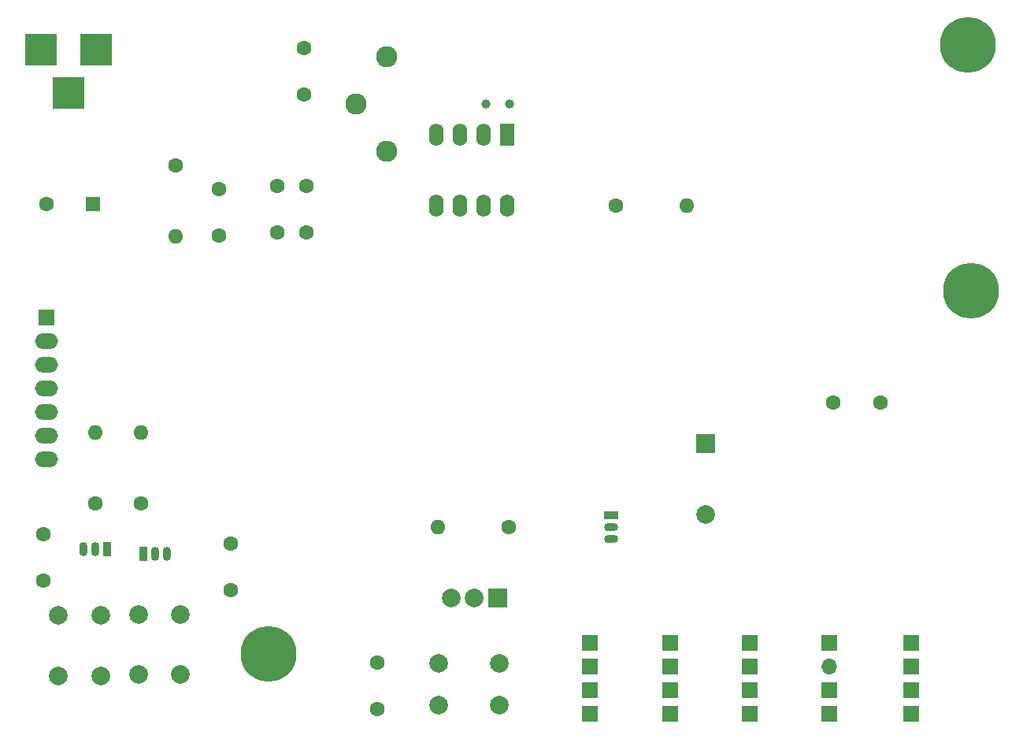
<source format=gbr>
G04 #@! TF.FileFunction,Soldermask,Top*
%FSLAX46Y46*%
G04 Gerber Fmt 4.6, Leading zero omitted, Abs format (unit mm)*
G04 Created by KiCad (PCBNEW 4.0.7) date Sat Feb 17 21:33:09 2018*
%MOMM*%
%LPD*%
G01*
G04 APERTURE LIST*
%ADD10C,0.150000*%
%ADD11C,5.999480*%
%ADD12C,2.290000*%
%ADD13R,2.000000X2.000000*%
%ADD14C,2.000000*%
%ADD15C,1.600000*%
%ADD16R,1.600000X1.600000*%
%ADD17R,1.700000X1.700000*%
%ADD18O,2.500000X1.700000*%
%ADD19R,3.500000X3.500000*%
%ADD20O,1.700000X1.700000*%
%ADD21O,0.900000X1.500000*%
%ADD22R,0.900000X1.500000*%
%ADD23O,1.500000X0.900000*%
%ADD24R,1.500000X0.900000*%
%ADD25O,1.600000X1.600000*%
%ADD26R,1.600000X2.400000*%
%ADD27O,1.600000X2.400000*%
%ADD28C,1.000000*%
G04 APERTURE END LIST*
D10*
D11*
X143192500Y-65786000D03*
X142875000Y-39433500D03*
D12*
X80327500Y-50863500D03*
X80327500Y-40703500D03*
X77027500Y-45783500D03*
D13*
X114681000Y-82232500D03*
D14*
X114681000Y-89832500D03*
D15*
X43434000Y-91948000D03*
X43434000Y-96948000D03*
X63627000Y-92964000D03*
X63627000Y-97964000D03*
D16*
X48768000Y-56515000D03*
D15*
X43768000Y-56515000D03*
X71501000Y-39751000D03*
X71501000Y-44751000D03*
X128397000Y-77851000D03*
X133397000Y-77851000D03*
X79311500Y-110744000D03*
X79311500Y-105744000D03*
X62293500Y-59880500D03*
X62293500Y-54880500D03*
X68580000Y-59563000D03*
X68580000Y-54563000D03*
X71755000Y-59563000D03*
X71755000Y-54563000D03*
D17*
X43751500Y-68707000D03*
D18*
X43751500Y-71247000D03*
X43751500Y-73787000D03*
X43751500Y-76327000D03*
X43751500Y-78867000D03*
X43751500Y-81407000D03*
X43751500Y-83947000D03*
D19*
X49149000Y-39878000D03*
X43149000Y-39878000D03*
X46149000Y-44578000D03*
D13*
X92329000Y-98806000D03*
D14*
X89789000Y-98806000D03*
X87289000Y-98806000D03*
D17*
X136779000Y-103632000D03*
X136779000Y-106172000D03*
X136779000Y-108712000D03*
X136779000Y-111252000D03*
X127952500Y-103632000D03*
D20*
X127952500Y-106172000D03*
D17*
X127952500Y-108712000D03*
X127952500Y-111252000D03*
X119380000Y-103632000D03*
X119380000Y-106172000D03*
X119380000Y-108712000D03*
X119380000Y-111252000D03*
X102235000Y-103632000D03*
X102235000Y-106172000D03*
X102235000Y-108712000D03*
X102235000Y-111252000D03*
X110871000Y-103632000D03*
X110871000Y-106172000D03*
X110871000Y-108712000D03*
X110871000Y-111252000D03*
D21*
X49022000Y-93599000D03*
X47752000Y-93599000D03*
D22*
X50292000Y-93599000D03*
D21*
X55499000Y-94107000D03*
X56769000Y-94107000D03*
D22*
X54229000Y-94107000D03*
D23*
X104521000Y-91249500D03*
X104521000Y-92519500D03*
D24*
X104521000Y-89979500D03*
D15*
X49022000Y-88709500D03*
D25*
X49022000Y-81089500D03*
D15*
X53911500Y-88709500D03*
D25*
X53911500Y-81089500D03*
D15*
X57658000Y-52387500D03*
D25*
X57658000Y-60007500D03*
D15*
X105029000Y-56642000D03*
D25*
X112649000Y-56642000D03*
D15*
X93472000Y-91249500D03*
D25*
X85852000Y-91249500D03*
D14*
X49585000Y-107188000D03*
X45085000Y-107188000D03*
X49585000Y-100688000D03*
X45085000Y-100688000D03*
X53666000Y-100584000D03*
X58166000Y-100584000D03*
X53666000Y-107084000D03*
X58166000Y-107084000D03*
X92456000Y-105863000D03*
X92456000Y-110363000D03*
X85956000Y-105863000D03*
X85956000Y-110363000D03*
D26*
X93345000Y-49022000D03*
D27*
X85725000Y-56642000D03*
X90805000Y-49022000D03*
X88265000Y-56642000D03*
X88265000Y-49022000D03*
X90805000Y-56642000D03*
X85725000Y-49022000D03*
X93345000Y-56642000D03*
D28*
X93535500Y-45720000D03*
X90995500Y-45720000D03*
D11*
X67691000Y-104838500D03*
M02*

</source>
